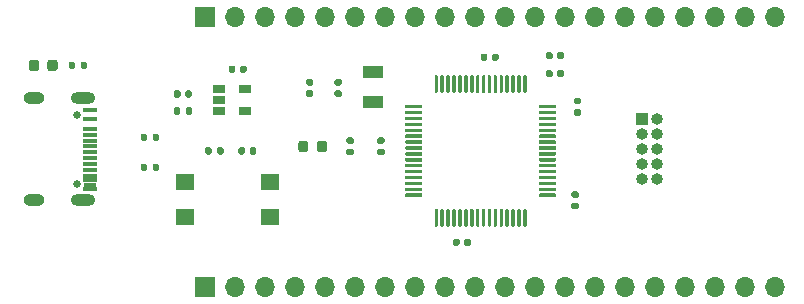
<source format=gts>
%TF.GenerationSoftware,KiCad,Pcbnew,5.1.9+dfsg1-1*%
%TF.CreationDate,2022-01-14T18:58:44-05:00*%
%TF.ProjectId,samd51j18a,73616d64-3531-46a3-9138-612e6b696361,rev?*%
%TF.SameCoordinates,Original*%
%TF.FileFunction,Soldermask,Top*%
%TF.FilePolarity,Negative*%
%FSLAX46Y46*%
G04 Gerber Fmt 4.6, Leading zero omitted, Abs format (unit mm)*
G04 Created by KiCad (PCBNEW 5.1.9+dfsg1-1) date 2022-01-14 18:58:44*
%MOMM*%
%LPD*%
G01*
G04 APERTURE LIST*
%ADD10O,1.700000X1.700000*%
%ADD11R,1.700000X1.700000*%
%ADD12R,1.150000X0.300000*%
%ADD13O,0.650000X0.650000*%
%ADD14O,1.800000X1.000000*%
%ADD15O,2.100000X1.000000*%
%ADD16R,1.086500X0.300000*%
%ADD17O,1.000000X1.000000*%
%ADD18R,1.000000X1.000000*%
%ADD19R,1.800000X1.000000*%
%ADD20R,1.060000X0.650000*%
%ADD21R,1.600000X1.400000*%
G04 APERTURE END LIST*
D10*
%TO.C,J4*%
X165100000Y-63500000D03*
X162560000Y-63500000D03*
X160020000Y-63500000D03*
X157480000Y-63500000D03*
X154940000Y-63500000D03*
X152400000Y-63500000D03*
X149860000Y-63500000D03*
X147320000Y-63500000D03*
X144780000Y-63500000D03*
X142240000Y-63500000D03*
X139700000Y-63500000D03*
X137160000Y-63500000D03*
X134620000Y-63500000D03*
X132080000Y-63500000D03*
X129540000Y-63500000D03*
X127000000Y-63500000D03*
X124460000Y-63500000D03*
X121920000Y-63500000D03*
X119380000Y-63500000D03*
D11*
X116840000Y-63500000D03*
%TD*%
D10*
%TO.C,J1*%
X165100000Y-86360000D03*
X162560000Y-86360000D03*
X160020000Y-86360000D03*
X157480000Y-86360000D03*
X154940000Y-86360000D03*
X152400000Y-86360000D03*
X149860000Y-86360000D03*
X147320000Y-86360000D03*
X144780000Y-86360000D03*
X142240000Y-86360000D03*
X139700000Y-86360000D03*
X137160000Y-86360000D03*
X134620000Y-86360000D03*
X132080000Y-86360000D03*
X129540000Y-86360000D03*
X127000000Y-86360000D03*
X124460000Y-86360000D03*
X121920000Y-86360000D03*
X119380000Y-86360000D03*
D11*
X116840000Y-86360000D03*
%TD*%
D12*
%TO.C,USB C*%
X107140000Y-78089500D03*
X107140000Y-77289500D03*
D13*
X106065000Y-77629500D03*
X106065000Y-71849500D03*
D14*
X102385000Y-79059500D03*
X102385000Y-70419500D03*
D15*
X106565000Y-70419500D03*
X106565000Y-79059500D03*
D12*
X107140000Y-76489500D03*
X107140000Y-75989500D03*
X107140000Y-75489500D03*
X107140000Y-74989500D03*
X107140000Y-74489500D03*
X107140000Y-73989500D03*
X107140000Y-73489500D03*
X107140000Y-72989500D03*
D16*
X107171750Y-77789500D03*
D12*
X107140000Y-76989500D03*
X107140000Y-72189500D03*
X107140000Y-71389500D03*
%TD*%
D17*
%TO.C,DEBUG*%
X155130500Y-77216000D03*
X153860500Y-77216000D03*
X155130500Y-75946000D03*
X153860500Y-75946000D03*
X155130500Y-74676000D03*
X153860500Y-74676000D03*
X155130500Y-73406000D03*
X153860500Y-73406000D03*
X155130500Y-72136000D03*
D18*
X153860500Y-72136000D03*
%TD*%
D19*
%TO.C,Y1*%
X131127500Y-70719000D03*
X131127500Y-68219000D03*
%TD*%
D20*
%TO.C,U2*%
X120289500Y-69598500D03*
X120289500Y-71498500D03*
X118089500Y-71498500D03*
X118089500Y-70548500D03*
X118089500Y-69598500D03*
%TD*%
%TO.C,U1*%
G36*
G01*
X136308000Y-69866500D02*
X136308000Y-68541500D01*
G75*
G02*
X136383000Y-68466500I75000J0D01*
G01*
X136533000Y-68466500D01*
G75*
G02*
X136608000Y-68541500I0J-75000D01*
G01*
X136608000Y-69866500D01*
G75*
G02*
X136533000Y-69941500I-75000J0D01*
G01*
X136383000Y-69941500D01*
G75*
G02*
X136308000Y-69866500I0J75000D01*
G01*
G37*
G36*
G01*
X136808000Y-69866500D02*
X136808000Y-68541500D01*
G75*
G02*
X136883000Y-68466500I75000J0D01*
G01*
X137033000Y-68466500D01*
G75*
G02*
X137108000Y-68541500I0J-75000D01*
G01*
X137108000Y-69866500D01*
G75*
G02*
X137033000Y-69941500I-75000J0D01*
G01*
X136883000Y-69941500D01*
G75*
G02*
X136808000Y-69866500I0J75000D01*
G01*
G37*
G36*
G01*
X137308000Y-69866500D02*
X137308000Y-68541500D01*
G75*
G02*
X137383000Y-68466500I75000J0D01*
G01*
X137533000Y-68466500D01*
G75*
G02*
X137608000Y-68541500I0J-75000D01*
G01*
X137608000Y-69866500D01*
G75*
G02*
X137533000Y-69941500I-75000J0D01*
G01*
X137383000Y-69941500D01*
G75*
G02*
X137308000Y-69866500I0J75000D01*
G01*
G37*
G36*
G01*
X137808000Y-69866500D02*
X137808000Y-68541500D01*
G75*
G02*
X137883000Y-68466500I75000J0D01*
G01*
X138033000Y-68466500D01*
G75*
G02*
X138108000Y-68541500I0J-75000D01*
G01*
X138108000Y-69866500D01*
G75*
G02*
X138033000Y-69941500I-75000J0D01*
G01*
X137883000Y-69941500D01*
G75*
G02*
X137808000Y-69866500I0J75000D01*
G01*
G37*
G36*
G01*
X138308000Y-69866500D02*
X138308000Y-68541500D01*
G75*
G02*
X138383000Y-68466500I75000J0D01*
G01*
X138533000Y-68466500D01*
G75*
G02*
X138608000Y-68541500I0J-75000D01*
G01*
X138608000Y-69866500D01*
G75*
G02*
X138533000Y-69941500I-75000J0D01*
G01*
X138383000Y-69941500D01*
G75*
G02*
X138308000Y-69866500I0J75000D01*
G01*
G37*
G36*
G01*
X138808000Y-69866500D02*
X138808000Y-68541500D01*
G75*
G02*
X138883000Y-68466500I75000J0D01*
G01*
X139033000Y-68466500D01*
G75*
G02*
X139108000Y-68541500I0J-75000D01*
G01*
X139108000Y-69866500D01*
G75*
G02*
X139033000Y-69941500I-75000J0D01*
G01*
X138883000Y-69941500D01*
G75*
G02*
X138808000Y-69866500I0J75000D01*
G01*
G37*
G36*
G01*
X139308000Y-69866500D02*
X139308000Y-68541500D01*
G75*
G02*
X139383000Y-68466500I75000J0D01*
G01*
X139533000Y-68466500D01*
G75*
G02*
X139608000Y-68541500I0J-75000D01*
G01*
X139608000Y-69866500D01*
G75*
G02*
X139533000Y-69941500I-75000J0D01*
G01*
X139383000Y-69941500D01*
G75*
G02*
X139308000Y-69866500I0J75000D01*
G01*
G37*
G36*
G01*
X139808000Y-69866500D02*
X139808000Y-68541500D01*
G75*
G02*
X139883000Y-68466500I75000J0D01*
G01*
X140033000Y-68466500D01*
G75*
G02*
X140108000Y-68541500I0J-75000D01*
G01*
X140108000Y-69866500D01*
G75*
G02*
X140033000Y-69941500I-75000J0D01*
G01*
X139883000Y-69941500D01*
G75*
G02*
X139808000Y-69866500I0J75000D01*
G01*
G37*
G36*
G01*
X140308000Y-69866500D02*
X140308000Y-68541500D01*
G75*
G02*
X140383000Y-68466500I75000J0D01*
G01*
X140533000Y-68466500D01*
G75*
G02*
X140608000Y-68541500I0J-75000D01*
G01*
X140608000Y-69866500D01*
G75*
G02*
X140533000Y-69941500I-75000J0D01*
G01*
X140383000Y-69941500D01*
G75*
G02*
X140308000Y-69866500I0J75000D01*
G01*
G37*
G36*
G01*
X140808000Y-69866500D02*
X140808000Y-68541500D01*
G75*
G02*
X140883000Y-68466500I75000J0D01*
G01*
X141033000Y-68466500D01*
G75*
G02*
X141108000Y-68541500I0J-75000D01*
G01*
X141108000Y-69866500D01*
G75*
G02*
X141033000Y-69941500I-75000J0D01*
G01*
X140883000Y-69941500D01*
G75*
G02*
X140808000Y-69866500I0J75000D01*
G01*
G37*
G36*
G01*
X141308000Y-69866500D02*
X141308000Y-68541500D01*
G75*
G02*
X141383000Y-68466500I75000J0D01*
G01*
X141533000Y-68466500D01*
G75*
G02*
X141608000Y-68541500I0J-75000D01*
G01*
X141608000Y-69866500D01*
G75*
G02*
X141533000Y-69941500I-75000J0D01*
G01*
X141383000Y-69941500D01*
G75*
G02*
X141308000Y-69866500I0J75000D01*
G01*
G37*
G36*
G01*
X141808000Y-69866500D02*
X141808000Y-68541500D01*
G75*
G02*
X141883000Y-68466500I75000J0D01*
G01*
X142033000Y-68466500D01*
G75*
G02*
X142108000Y-68541500I0J-75000D01*
G01*
X142108000Y-69866500D01*
G75*
G02*
X142033000Y-69941500I-75000J0D01*
G01*
X141883000Y-69941500D01*
G75*
G02*
X141808000Y-69866500I0J75000D01*
G01*
G37*
G36*
G01*
X142308000Y-69866500D02*
X142308000Y-68541500D01*
G75*
G02*
X142383000Y-68466500I75000J0D01*
G01*
X142533000Y-68466500D01*
G75*
G02*
X142608000Y-68541500I0J-75000D01*
G01*
X142608000Y-69866500D01*
G75*
G02*
X142533000Y-69941500I-75000J0D01*
G01*
X142383000Y-69941500D01*
G75*
G02*
X142308000Y-69866500I0J75000D01*
G01*
G37*
G36*
G01*
X142808000Y-69866500D02*
X142808000Y-68541500D01*
G75*
G02*
X142883000Y-68466500I75000J0D01*
G01*
X143033000Y-68466500D01*
G75*
G02*
X143108000Y-68541500I0J-75000D01*
G01*
X143108000Y-69866500D01*
G75*
G02*
X143033000Y-69941500I-75000J0D01*
G01*
X142883000Y-69941500D01*
G75*
G02*
X142808000Y-69866500I0J75000D01*
G01*
G37*
G36*
G01*
X143308000Y-69866500D02*
X143308000Y-68541500D01*
G75*
G02*
X143383000Y-68466500I75000J0D01*
G01*
X143533000Y-68466500D01*
G75*
G02*
X143608000Y-68541500I0J-75000D01*
G01*
X143608000Y-69866500D01*
G75*
G02*
X143533000Y-69941500I-75000J0D01*
G01*
X143383000Y-69941500D01*
G75*
G02*
X143308000Y-69866500I0J75000D01*
G01*
G37*
G36*
G01*
X143808000Y-69866500D02*
X143808000Y-68541500D01*
G75*
G02*
X143883000Y-68466500I75000J0D01*
G01*
X144033000Y-68466500D01*
G75*
G02*
X144108000Y-68541500I0J-75000D01*
G01*
X144108000Y-69866500D01*
G75*
G02*
X144033000Y-69941500I-75000J0D01*
G01*
X143883000Y-69941500D01*
G75*
G02*
X143808000Y-69866500I0J75000D01*
G01*
G37*
G36*
G01*
X145133000Y-71191500D02*
X145133000Y-71041500D01*
G75*
G02*
X145208000Y-70966500I75000J0D01*
G01*
X146533000Y-70966500D01*
G75*
G02*
X146608000Y-71041500I0J-75000D01*
G01*
X146608000Y-71191500D01*
G75*
G02*
X146533000Y-71266500I-75000J0D01*
G01*
X145208000Y-71266500D01*
G75*
G02*
X145133000Y-71191500I0J75000D01*
G01*
G37*
G36*
G01*
X145133000Y-71691500D02*
X145133000Y-71541500D01*
G75*
G02*
X145208000Y-71466500I75000J0D01*
G01*
X146533000Y-71466500D01*
G75*
G02*
X146608000Y-71541500I0J-75000D01*
G01*
X146608000Y-71691500D01*
G75*
G02*
X146533000Y-71766500I-75000J0D01*
G01*
X145208000Y-71766500D01*
G75*
G02*
X145133000Y-71691500I0J75000D01*
G01*
G37*
G36*
G01*
X145133000Y-72191500D02*
X145133000Y-72041500D01*
G75*
G02*
X145208000Y-71966500I75000J0D01*
G01*
X146533000Y-71966500D01*
G75*
G02*
X146608000Y-72041500I0J-75000D01*
G01*
X146608000Y-72191500D01*
G75*
G02*
X146533000Y-72266500I-75000J0D01*
G01*
X145208000Y-72266500D01*
G75*
G02*
X145133000Y-72191500I0J75000D01*
G01*
G37*
G36*
G01*
X145133000Y-72691500D02*
X145133000Y-72541500D01*
G75*
G02*
X145208000Y-72466500I75000J0D01*
G01*
X146533000Y-72466500D01*
G75*
G02*
X146608000Y-72541500I0J-75000D01*
G01*
X146608000Y-72691500D01*
G75*
G02*
X146533000Y-72766500I-75000J0D01*
G01*
X145208000Y-72766500D01*
G75*
G02*
X145133000Y-72691500I0J75000D01*
G01*
G37*
G36*
G01*
X145133000Y-73191500D02*
X145133000Y-73041500D01*
G75*
G02*
X145208000Y-72966500I75000J0D01*
G01*
X146533000Y-72966500D01*
G75*
G02*
X146608000Y-73041500I0J-75000D01*
G01*
X146608000Y-73191500D01*
G75*
G02*
X146533000Y-73266500I-75000J0D01*
G01*
X145208000Y-73266500D01*
G75*
G02*
X145133000Y-73191500I0J75000D01*
G01*
G37*
G36*
G01*
X145133000Y-73691500D02*
X145133000Y-73541500D01*
G75*
G02*
X145208000Y-73466500I75000J0D01*
G01*
X146533000Y-73466500D01*
G75*
G02*
X146608000Y-73541500I0J-75000D01*
G01*
X146608000Y-73691500D01*
G75*
G02*
X146533000Y-73766500I-75000J0D01*
G01*
X145208000Y-73766500D01*
G75*
G02*
X145133000Y-73691500I0J75000D01*
G01*
G37*
G36*
G01*
X145133000Y-74191500D02*
X145133000Y-74041500D01*
G75*
G02*
X145208000Y-73966500I75000J0D01*
G01*
X146533000Y-73966500D01*
G75*
G02*
X146608000Y-74041500I0J-75000D01*
G01*
X146608000Y-74191500D01*
G75*
G02*
X146533000Y-74266500I-75000J0D01*
G01*
X145208000Y-74266500D01*
G75*
G02*
X145133000Y-74191500I0J75000D01*
G01*
G37*
G36*
G01*
X145133000Y-74691500D02*
X145133000Y-74541500D01*
G75*
G02*
X145208000Y-74466500I75000J0D01*
G01*
X146533000Y-74466500D01*
G75*
G02*
X146608000Y-74541500I0J-75000D01*
G01*
X146608000Y-74691500D01*
G75*
G02*
X146533000Y-74766500I-75000J0D01*
G01*
X145208000Y-74766500D01*
G75*
G02*
X145133000Y-74691500I0J75000D01*
G01*
G37*
G36*
G01*
X145133000Y-75191500D02*
X145133000Y-75041500D01*
G75*
G02*
X145208000Y-74966500I75000J0D01*
G01*
X146533000Y-74966500D01*
G75*
G02*
X146608000Y-75041500I0J-75000D01*
G01*
X146608000Y-75191500D01*
G75*
G02*
X146533000Y-75266500I-75000J0D01*
G01*
X145208000Y-75266500D01*
G75*
G02*
X145133000Y-75191500I0J75000D01*
G01*
G37*
G36*
G01*
X145133000Y-75691500D02*
X145133000Y-75541500D01*
G75*
G02*
X145208000Y-75466500I75000J0D01*
G01*
X146533000Y-75466500D01*
G75*
G02*
X146608000Y-75541500I0J-75000D01*
G01*
X146608000Y-75691500D01*
G75*
G02*
X146533000Y-75766500I-75000J0D01*
G01*
X145208000Y-75766500D01*
G75*
G02*
X145133000Y-75691500I0J75000D01*
G01*
G37*
G36*
G01*
X145133000Y-76191500D02*
X145133000Y-76041500D01*
G75*
G02*
X145208000Y-75966500I75000J0D01*
G01*
X146533000Y-75966500D01*
G75*
G02*
X146608000Y-76041500I0J-75000D01*
G01*
X146608000Y-76191500D01*
G75*
G02*
X146533000Y-76266500I-75000J0D01*
G01*
X145208000Y-76266500D01*
G75*
G02*
X145133000Y-76191500I0J75000D01*
G01*
G37*
G36*
G01*
X145133000Y-76691500D02*
X145133000Y-76541500D01*
G75*
G02*
X145208000Y-76466500I75000J0D01*
G01*
X146533000Y-76466500D01*
G75*
G02*
X146608000Y-76541500I0J-75000D01*
G01*
X146608000Y-76691500D01*
G75*
G02*
X146533000Y-76766500I-75000J0D01*
G01*
X145208000Y-76766500D01*
G75*
G02*
X145133000Y-76691500I0J75000D01*
G01*
G37*
G36*
G01*
X145133000Y-77191500D02*
X145133000Y-77041500D01*
G75*
G02*
X145208000Y-76966500I75000J0D01*
G01*
X146533000Y-76966500D01*
G75*
G02*
X146608000Y-77041500I0J-75000D01*
G01*
X146608000Y-77191500D01*
G75*
G02*
X146533000Y-77266500I-75000J0D01*
G01*
X145208000Y-77266500D01*
G75*
G02*
X145133000Y-77191500I0J75000D01*
G01*
G37*
G36*
G01*
X145133000Y-77691500D02*
X145133000Y-77541500D01*
G75*
G02*
X145208000Y-77466500I75000J0D01*
G01*
X146533000Y-77466500D01*
G75*
G02*
X146608000Y-77541500I0J-75000D01*
G01*
X146608000Y-77691500D01*
G75*
G02*
X146533000Y-77766500I-75000J0D01*
G01*
X145208000Y-77766500D01*
G75*
G02*
X145133000Y-77691500I0J75000D01*
G01*
G37*
G36*
G01*
X145133000Y-78191500D02*
X145133000Y-78041500D01*
G75*
G02*
X145208000Y-77966500I75000J0D01*
G01*
X146533000Y-77966500D01*
G75*
G02*
X146608000Y-78041500I0J-75000D01*
G01*
X146608000Y-78191500D01*
G75*
G02*
X146533000Y-78266500I-75000J0D01*
G01*
X145208000Y-78266500D01*
G75*
G02*
X145133000Y-78191500I0J75000D01*
G01*
G37*
G36*
G01*
X145133000Y-78691500D02*
X145133000Y-78541500D01*
G75*
G02*
X145208000Y-78466500I75000J0D01*
G01*
X146533000Y-78466500D01*
G75*
G02*
X146608000Y-78541500I0J-75000D01*
G01*
X146608000Y-78691500D01*
G75*
G02*
X146533000Y-78766500I-75000J0D01*
G01*
X145208000Y-78766500D01*
G75*
G02*
X145133000Y-78691500I0J75000D01*
G01*
G37*
G36*
G01*
X143808000Y-81191500D02*
X143808000Y-79866500D01*
G75*
G02*
X143883000Y-79791500I75000J0D01*
G01*
X144033000Y-79791500D01*
G75*
G02*
X144108000Y-79866500I0J-75000D01*
G01*
X144108000Y-81191500D01*
G75*
G02*
X144033000Y-81266500I-75000J0D01*
G01*
X143883000Y-81266500D01*
G75*
G02*
X143808000Y-81191500I0J75000D01*
G01*
G37*
G36*
G01*
X143308000Y-81191500D02*
X143308000Y-79866500D01*
G75*
G02*
X143383000Y-79791500I75000J0D01*
G01*
X143533000Y-79791500D01*
G75*
G02*
X143608000Y-79866500I0J-75000D01*
G01*
X143608000Y-81191500D01*
G75*
G02*
X143533000Y-81266500I-75000J0D01*
G01*
X143383000Y-81266500D01*
G75*
G02*
X143308000Y-81191500I0J75000D01*
G01*
G37*
G36*
G01*
X142808000Y-81191500D02*
X142808000Y-79866500D01*
G75*
G02*
X142883000Y-79791500I75000J0D01*
G01*
X143033000Y-79791500D01*
G75*
G02*
X143108000Y-79866500I0J-75000D01*
G01*
X143108000Y-81191500D01*
G75*
G02*
X143033000Y-81266500I-75000J0D01*
G01*
X142883000Y-81266500D01*
G75*
G02*
X142808000Y-81191500I0J75000D01*
G01*
G37*
G36*
G01*
X142308000Y-81191500D02*
X142308000Y-79866500D01*
G75*
G02*
X142383000Y-79791500I75000J0D01*
G01*
X142533000Y-79791500D01*
G75*
G02*
X142608000Y-79866500I0J-75000D01*
G01*
X142608000Y-81191500D01*
G75*
G02*
X142533000Y-81266500I-75000J0D01*
G01*
X142383000Y-81266500D01*
G75*
G02*
X142308000Y-81191500I0J75000D01*
G01*
G37*
G36*
G01*
X141808000Y-81191500D02*
X141808000Y-79866500D01*
G75*
G02*
X141883000Y-79791500I75000J0D01*
G01*
X142033000Y-79791500D01*
G75*
G02*
X142108000Y-79866500I0J-75000D01*
G01*
X142108000Y-81191500D01*
G75*
G02*
X142033000Y-81266500I-75000J0D01*
G01*
X141883000Y-81266500D01*
G75*
G02*
X141808000Y-81191500I0J75000D01*
G01*
G37*
G36*
G01*
X141308000Y-81191500D02*
X141308000Y-79866500D01*
G75*
G02*
X141383000Y-79791500I75000J0D01*
G01*
X141533000Y-79791500D01*
G75*
G02*
X141608000Y-79866500I0J-75000D01*
G01*
X141608000Y-81191500D01*
G75*
G02*
X141533000Y-81266500I-75000J0D01*
G01*
X141383000Y-81266500D01*
G75*
G02*
X141308000Y-81191500I0J75000D01*
G01*
G37*
G36*
G01*
X140808000Y-81191500D02*
X140808000Y-79866500D01*
G75*
G02*
X140883000Y-79791500I75000J0D01*
G01*
X141033000Y-79791500D01*
G75*
G02*
X141108000Y-79866500I0J-75000D01*
G01*
X141108000Y-81191500D01*
G75*
G02*
X141033000Y-81266500I-75000J0D01*
G01*
X140883000Y-81266500D01*
G75*
G02*
X140808000Y-81191500I0J75000D01*
G01*
G37*
G36*
G01*
X140308000Y-81191500D02*
X140308000Y-79866500D01*
G75*
G02*
X140383000Y-79791500I75000J0D01*
G01*
X140533000Y-79791500D01*
G75*
G02*
X140608000Y-79866500I0J-75000D01*
G01*
X140608000Y-81191500D01*
G75*
G02*
X140533000Y-81266500I-75000J0D01*
G01*
X140383000Y-81266500D01*
G75*
G02*
X140308000Y-81191500I0J75000D01*
G01*
G37*
G36*
G01*
X139808000Y-81191500D02*
X139808000Y-79866500D01*
G75*
G02*
X139883000Y-79791500I75000J0D01*
G01*
X140033000Y-79791500D01*
G75*
G02*
X140108000Y-79866500I0J-75000D01*
G01*
X140108000Y-81191500D01*
G75*
G02*
X140033000Y-81266500I-75000J0D01*
G01*
X139883000Y-81266500D01*
G75*
G02*
X139808000Y-81191500I0J75000D01*
G01*
G37*
G36*
G01*
X139308000Y-81191500D02*
X139308000Y-79866500D01*
G75*
G02*
X139383000Y-79791500I75000J0D01*
G01*
X139533000Y-79791500D01*
G75*
G02*
X139608000Y-79866500I0J-75000D01*
G01*
X139608000Y-81191500D01*
G75*
G02*
X139533000Y-81266500I-75000J0D01*
G01*
X139383000Y-81266500D01*
G75*
G02*
X139308000Y-81191500I0J75000D01*
G01*
G37*
G36*
G01*
X138808000Y-81191500D02*
X138808000Y-79866500D01*
G75*
G02*
X138883000Y-79791500I75000J0D01*
G01*
X139033000Y-79791500D01*
G75*
G02*
X139108000Y-79866500I0J-75000D01*
G01*
X139108000Y-81191500D01*
G75*
G02*
X139033000Y-81266500I-75000J0D01*
G01*
X138883000Y-81266500D01*
G75*
G02*
X138808000Y-81191500I0J75000D01*
G01*
G37*
G36*
G01*
X138308000Y-81191500D02*
X138308000Y-79866500D01*
G75*
G02*
X138383000Y-79791500I75000J0D01*
G01*
X138533000Y-79791500D01*
G75*
G02*
X138608000Y-79866500I0J-75000D01*
G01*
X138608000Y-81191500D01*
G75*
G02*
X138533000Y-81266500I-75000J0D01*
G01*
X138383000Y-81266500D01*
G75*
G02*
X138308000Y-81191500I0J75000D01*
G01*
G37*
G36*
G01*
X137808000Y-81191500D02*
X137808000Y-79866500D01*
G75*
G02*
X137883000Y-79791500I75000J0D01*
G01*
X138033000Y-79791500D01*
G75*
G02*
X138108000Y-79866500I0J-75000D01*
G01*
X138108000Y-81191500D01*
G75*
G02*
X138033000Y-81266500I-75000J0D01*
G01*
X137883000Y-81266500D01*
G75*
G02*
X137808000Y-81191500I0J75000D01*
G01*
G37*
G36*
G01*
X137308000Y-81191500D02*
X137308000Y-79866500D01*
G75*
G02*
X137383000Y-79791500I75000J0D01*
G01*
X137533000Y-79791500D01*
G75*
G02*
X137608000Y-79866500I0J-75000D01*
G01*
X137608000Y-81191500D01*
G75*
G02*
X137533000Y-81266500I-75000J0D01*
G01*
X137383000Y-81266500D01*
G75*
G02*
X137308000Y-81191500I0J75000D01*
G01*
G37*
G36*
G01*
X136808000Y-81191500D02*
X136808000Y-79866500D01*
G75*
G02*
X136883000Y-79791500I75000J0D01*
G01*
X137033000Y-79791500D01*
G75*
G02*
X137108000Y-79866500I0J-75000D01*
G01*
X137108000Y-81191500D01*
G75*
G02*
X137033000Y-81266500I-75000J0D01*
G01*
X136883000Y-81266500D01*
G75*
G02*
X136808000Y-81191500I0J75000D01*
G01*
G37*
G36*
G01*
X136308000Y-81191500D02*
X136308000Y-79866500D01*
G75*
G02*
X136383000Y-79791500I75000J0D01*
G01*
X136533000Y-79791500D01*
G75*
G02*
X136608000Y-79866500I0J-75000D01*
G01*
X136608000Y-81191500D01*
G75*
G02*
X136533000Y-81266500I-75000J0D01*
G01*
X136383000Y-81266500D01*
G75*
G02*
X136308000Y-81191500I0J75000D01*
G01*
G37*
G36*
G01*
X133808000Y-78691500D02*
X133808000Y-78541500D01*
G75*
G02*
X133883000Y-78466500I75000J0D01*
G01*
X135208000Y-78466500D01*
G75*
G02*
X135283000Y-78541500I0J-75000D01*
G01*
X135283000Y-78691500D01*
G75*
G02*
X135208000Y-78766500I-75000J0D01*
G01*
X133883000Y-78766500D01*
G75*
G02*
X133808000Y-78691500I0J75000D01*
G01*
G37*
G36*
G01*
X133808000Y-78191500D02*
X133808000Y-78041500D01*
G75*
G02*
X133883000Y-77966500I75000J0D01*
G01*
X135208000Y-77966500D01*
G75*
G02*
X135283000Y-78041500I0J-75000D01*
G01*
X135283000Y-78191500D01*
G75*
G02*
X135208000Y-78266500I-75000J0D01*
G01*
X133883000Y-78266500D01*
G75*
G02*
X133808000Y-78191500I0J75000D01*
G01*
G37*
G36*
G01*
X133808000Y-77691500D02*
X133808000Y-77541500D01*
G75*
G02*
X133883000Y-77466500I75000J0D01*
G01*
X135208000Y-77466500D01*
G75*
G02*
X135283000Y-77541500I0J-75000D01*
G01*
X135283000Y-77691500D01*
G75*
G02*
X135208000Y-77766500I-75000J0D01*
G01*
X133883000Y-77766500D01*
G75*
G02*
X133808000Y-77691500I0J75000D01*
G01*
G37*
G36*
G01*
X133808000Y-77191500D02*
X133808000Y-77041500D01*
G75*
G02*
X133883000Y-76966500I75000J0D01*
G01*
X135208000Y-76966500D01*
G75*
G02*
X135283000Y-77041500I0J-75000D01*
G01*
X135283000Y-77191500D01*
G75*
G02*
X135208000Y-77266500I-75000J0D01*
G01*
X133883000Y-77266500D01*
G75*
G02*
X133808000Y-77191500I0J75000D01*
G01*
G37*
G36*
G01*
X133808000Y-76691500D02*
X133808000Y-76541500D01*
G75*
G02*
X133883000Y-76466500I75000J0D01*
G01*
X135208000Y-76466500D01*
G75*
G02*
X135283000Y-76541500I0J-75000D01*
G01*
X135283000Y-76691500D01*
G75*
G02*
X135208000Y-76766500I-75000J0D01*
G01*
X133883000Y-76766500D01*
G75*
G02*
X133808000Y-76691500I0J75000D01*
G01*
G37*
G36*
G01*
X133808000Y-76191500D02*
X133808000Y-76041500D01*
G75*
G02*
X133883000Y-75966500I75000J0D01*
G01*
X135208000Y-75966500D01*
G75*
G02*
X135283000Y-76041500I0J-75000D01*
G01*
X135283000Y-76191500D01*
G75*
G02*
X135208000Y-76266500I-75000J0D01*
G01*
X133883000Y-76266500D01*
G75*
G02*
X133808000Y-76191500I0J75000D01*
G01*
G37*
G36*
G01*
X133808000Y-75691500D02*
X133808000Y-75541500D01*
G75*
G02*
X133883000Y-75466500I75000J0D01*
G01*
X135208000Y-75466500D01*
G75*
G02*
X135283000Y-75541500I0J-75000D01*
G01*
X135283000Y-75691500D01*
G75*
G02*
X135208000Y-75766500I-75000J0D01*
G01*
X133883000Y-75766500D01*
G75*
G02*
X133808000Y-75691500I0J75000D01*
G01*
G37*
G36*
G01*
X133808000Y-75191500D02*
X133808000Y-75041500D01*
G75*
G02*
X133883000Y-74966500I75000J0D01*
G01*
X135208000Y-74966500D01*
G75*
G02*
X135283000Y-75041500I0J-75000D01*
G01*
X135283000Y-75191500D01*
G75*
G02*
X135208000Y-75266500I-75000J0D01*
G01*
X133883000Y-75266500D01*
G75*
G02*
X133808000Y-75191500I0J75000D01*
G01*
G37*
G36*
G01*
X133808000Y-74691500D02*
X133808000Y-74541500D01*
G75*
G02*
X133883000Y-74466500I75000J0D01*
G01*
X135208000Y-74466500D01*
G75*
G02*
X135283000Y-74541500I0J-75000D01*
G01*
X135283000Y-74691500D01*
G75*
G02*
X135208000Y-74766500I-75000J0D01*
G01*
X133883000Y-74766500D01*
G75*
G02*
X133808000Y-74691500I0J75000D01*
G01*
G37*
G36*
G01*
X133808000Y-74191500D02*
X133808000Y-74041500D01*
G75*
G02*
X133883000Y-73966500I75000J0D01*
G01*
X135208000Y-73966500D01*
G75*
G02*
X135283000Y-74041500I0J-75000D01*
G01*
X135283000Y-74191500D01*
G75*
G02*
X135208000Y-74266500I-75000J0D01*
G01*
X133883000Y-74266500D01*
G75*
G02*
X133808000Y-74191500I0J75000D01*
G01*
G37*
G36*
G01*
X133808000Y-73691500D02*
X133808000Y-73541500D01*
G75*
G02*
X133883000Y-73466500I75000J0D01*
G01*
X135208000Y-73466500D01*
G75*
G02*
X135283000Y-73541500I0J-75000D01*
G01*
X135283000Y-73691500D01*
G75*
G02*
X135208000Y-73766500I-75000J0D01*
G01*
X133883000Y-73766500D01*
G75*
G02*
X133808000Y-73691500I0J75000D01*
G01*
G37*
G36*
G01*
X133808000Y-73191500D02*
X133808000Y-73041500D01*
G75*
G02*
X133883000Y-72966500I75000J0D01*
G01*
X135208000Y-72966500D01*
G75*
G02*
X135283000Y-73041500I0J-75000D01*
G01*
X135283000Y-73191500D01*
G75*
G02*
X135208000Y-73266500I-75000J0D01*
G01*
X133883000Y-73266500D01*
G75*
G02*
X133808000Y-73191500I0J75000D01*
G01*
G37*
G36*
G01*
X133808000Y-72691500D02*
X133808000Y-72541500D01*
G75*
G02*
X133883000Y-72466500I75000J0D01*
G01*
X135208000Y-72466500D01*
G75*
G02*
X135283000Y-72541500I0J-75000D01*
G01*
X135283000Y-72691500D01*
G75*
G02*
X135208000Y-72766500I-75000J0D01*
G01*
X133883000Y-72766500D01*
G75*
G02*
X133808000Y-72691500I0J75000D01*
G01*
G37*
G36*
G01*
X133808000Y-72191500D02*
X133808000Y-72041500D01*
G75*
G02*
X133883000Y-71966500I75000J0D01*
G01*
X135208000Y-71966500D01*
G75*
G02*
X135283000Y-72041500I0J-75000D01*
G01*
X135283000Y-72191500D01*
G75*
G02*
X135208000Y-72266500I-75000J0D01*
G01*
X133883000Y-72266500D01*
G75*
G02*
X133808000Y-72191500I0J75000D01*
G01*
G37*
G36*
G01*
X133808000Y-71691500D02*
X133808000Y-71541500D01*
G75*
G02*
X133883000Y-71466500I75000J0D01*
G01*
X135208000Y-71466500D01*
G75*
G02*
X135283000Y-71541500I0J-75000D01*
G01*
X135283000Y-71691500D01*
G75*
G02*
X135208000Y-71766500I-75000J0D01*
G01*
X133883000Y-71766500D01*
G75*
G02*
X133808000Y-71691500I0J75000D01*
G01*
G37*
G36*
G01*
X133808000Y-71191500D02*
X133808000Y-71041500D01*
G75*
G02*
X133883000Y-70966500I75000J0D01*
G01*
X135208000Y-70966500D01*
G75*
G02*
X135283000Y-71041500I0J-75000D01*
G01*
X135283000Y-71191500D01*
G75*
G02*
X135208000Y-71266500I-75000J0D01*
G01*
X133883000Y-71266500D01*
G75*
G02*
X133808000Y-71191500I0J75000D01*
G01*
G37*
%TD*%
D21*
%TO.C,RESET*%
X122368500Y-80480000D03*
X115168500Y-80480000D03*
X122368500Y-77480000D03*
X115168500Y-77480000D03*
%TD*%
%TO.C,R5*%
G36*
G01*
X117905500Y-75051500D02*
X117905500Y-74681500D01*
G75*
G02*
X118040500Y-74546500I135000J0D01*
G01*
X118310500Y-74546500D01*
G75*
G02*
X118445500Y-74681500I0J-135000D01*
G01*
X118445500Y-75051500D01*
G75*
G02*
X118310500Y-75186500I-135000J0D01*
G01*
X118040500Y-75186500D01*
G75*
G02*
X117905500Y-75051500I0J135000D01*
G01*
G37*
G36*
G01*
X116885500Y-75051500D02*
X116885500Y-74681500D01*
G75*
G02*
X117020500Y-74546500I135000J0D01*
G01*
X117290500Y-74546500D01*
G75*
G02*
X117425500Y-74681500I0J-135000D01*
G01*
X117425500Y-75051500D01*
G75*
G02*
X117290500Y-75186500I-135000J0D01*
G01*
X117020500Y-75186500D01*
G75*
G02*
X116885500Y-75051500I0J135000D01*
G01*
G37*
%TD*%
%TO.C,R4*%
G36*
G01*
X105868500Y-67442500D02*
X105868500Y-67812500D01*
G75*
G02*
X105733500Y-67947500I-135000J0D01*
G01*
X105463500Y-67947500D01*
G75*
G02*
X105328500Y-67812500I0J135000D01*
G01*
X105328500Y-67442500D01*
G75*
G02*
X105463500Y-67307500I135000J0D01*
G01*
X105733500Y-67307500D01*
G75*
G02*
X105868500Y-67442500I0J-135000D01*
G01*
G37*
G36*
G01*
X106888500Y-67442500D02*
X106888500Y-67812500D01*
G75*
G02*
X106753500Y-67947500I-135000J0D01*
G01*
X106483500Y-67947500D01*
G75*
G02*
X106348500Y-67812500I0J135000D01*
G01*
X106348500Y-67442500D01*
G75*
G02*
X106483500Y-67307500I135000J0D01*
G01*
X106753500Y-67307500D01*
G75*
G02*
X106888500Y-67442500I0J-135000D01*
G01*
G37*
%TD*%
%TO.C,R3*%
G36*
G01*
X114758500Y-71316000D02*
X114758500Y-71686000D01*
G75*
G02*
X114623500Y-71821000I-135000J0D01*
G01*
X114353500Y-71821000D01*
G75*
G02*
X114218500Y-71686000I0J135000D01*
G01*
X114218500Y-71316000D01*
G75*
G02*
X114353500Y-71181000I135000J0D01*
G01*
X114623500Y-71181000D01*
G75*
G02*
X114758500Y-71316000I0J-135000D01*
G01*
G37*
G36*
G01*
X115778500Y-71316000D02*
X115778500Y-71686000D01*
G75*
G02*
X115643500Y-71821000I-135000J0D01*
G01*
X115373500Y-71821000D01*
G75*
G02*
X115238500Y-71686000I0J135000D01*
G01*
X115238500Y-71316000D01*
G75*
G02*
X115373500Y-71181000I135000J0D01*
G01*
X115643500Y-71181000D01*
G75*
G02*
X115778500Y-71316000I0J-135000D01*
G01*
G37*
%TD*%
%TO.C,R2*%
G36*
G01*
X111964500Y-73538500D02*
X111964500Y-73908500D01*
G75*
G02*
X111829500Y-74043500I-135000J0D01*
G01*
X111559500Y-74043500D01*
G75*
G02*
X111424500Y-73908500I0J135000D01*
G01*
X111424500Y-73538500D01*
G75*
G02*
X111559500Y-73403500I135000J0D01*
G01*
X111829500Y-73403500D01*
G75*
G02*
X111964500Y-73538500I0J-135000D01*
G01*
G37*
G36*
G01*
X112984500Y-73538500D02*
X112984500Y-73908500D01*
G75*
G02*
X112849500Y-74043500I-135000J0D01*
G01*
X112579500Y-74043500D01*
G75*
G02*
X112444500Y-73908500I0J135000D01*
G01*
X112444500Y-73538500D01*
G75*
G02*
X112579500Y-73403500I135000J0D01*
G01*
X112849500Y-73403500D01*
G75*
G02*
X112984500Y-73538500I0J-135000D01*
G01*
G37*
%TD*%
%TO.C,R1*%
G36*
G01*
X111964500Y-76078500D02*
X111964500Y-76448500D01*
G75*
G02*
X111829500Y-76583500I-135000J0D01*
G01*
X111559500Y-76583500D01*
G75*
G02*
X111424500Y-76448500I0J135000D01*
G01*
X111424500Y-76078500D01*
G75*
G02*
X111559500Y-75943500I135000J0D01*
G01*
X111829500Y-75943500D01*
G75*
G02*
X111964500Y-76078500I0J-135000D01*
G01*
G37*
G36*
G01*
X112984500Y-76078500D02*
X112984500Y-76448500D01*
G75*
G02*
X112849500Y-76583500I-135000J0D01*
G01*
X112579500Y-76583500D01*
G75*
G02*
X112444500Y-76448500I0J135000D01*
G01*
X112444500Y-76078500D01*
G75*
G02*
X112579500Y-75943500I135000J0D01*
G01*
X112849500Y-75943500D01*
G75*
G02*
X112984500Y-76078500I0J-135000D01*
G01*
G37*
%TD*%
%TO.C,L1*%
G36*
G01*
X126334000Y-74741750D02*
X126334000Y-74229250D01*
G75*
G02*
X126552750Y-74010500I218750J0D01*
G01*
X126990250Y-74010500D01*
G75*
G02*
X127209000Y-74229250I0J-218750D01*
G01*
X127209000Y-74741750D01*
G75*
G02*
X126990250Y-74960500I-218750J0D01*
G01*
X126552750Y-74960500D01*
G75*
G02*
X126334000Y-74741750I0J218750D01*
G01*
G37*
G36*
G01*
X124759000Y-74741750D02*
X124759000Y-74229250D01*
G75*
G02*
X124977750Y-74010500I218750J0D01*
G01*
X125415250Y-74010500D01*
G75*
G02*
X125634000Y-74229250I0J-218750D01*
G01*
X125634000Y-74741750D01*
G75*
G02*
X125415250Y-74960500I-218750J0D01*
G01*
X124977750Y-74960500D01*
G75*
G02*
X124759000Y-74741750I0J218750D01*
G01*
G37*
%TD*%
%TO.C,D1*%
G36*
G01*
X103512000Y-67883750D02*
X103512000Y-67371250D01*
G75*
G02*
X103730750Y-67152500I218750J0D01*
G01*
X104168250Y-67152500D01*
G75*
G02*
X104387000Y-67371250I0J-218750D01*
G01*
X104387000Y-67883750D01*
G75*
G02*
X104168250Y-68102500I-218750J0D01*
G01*
X103730750Y-68102500D01*
G75*
G02*
X103512000Y-67883750I0J218750D01*
G01*
G37*
G36*
G01*
X101937000Y-67883750D02*
X101937000Y-67371250D01*
G75*
G02*
X102155750Y-67152500I218750J0D01*
G01*
X102593250Y-67152500D01*
G75*
G02*
X102812000Y-67371250I0J-218750D01*
G01*
X102812000Y-67883750D01*
G75*
G02*
X102593250Y-68102500I-218750J0D01*
G01*
X102155750Y-68102500D01*
G75*
G02*
X101937000Y-67883750I0J218750D01*
G01*
G37*
%TD*%
%TO.C,C13*%
G36*
G01*
X146694500Y-66972000D02*
X146694500Y-66632000D01*
G75*
G02*
X146834500Y-66492000I140000J0D01*
G01*
X147114500Y-66492000D01*
G75*
G02*
X147254500Y-66632000I0J-140000D01*
G01*
X147254500Y-66972000D01*
G75*
G02*
X147114500Y-67112000I-140000J0D01*
G01*
X146834500Y-67112000D01*
G75*
G02*
X146694500Y-66972000I0J140000D01*
G01*
G37*
G36*
G01*
X145734500Y-66972000D02*
X145734500Y-66632000D01*
G75*
G02*
X145874500Y-66492000I140000J0D01*
G01*
X146154500Y-66492000D01*
G75*
G02*
X146294500Y-66632000I0J-140000D01*
G01*
X146294500Y-66972000D01*
G75*
G02*
X146154500Y-67112000I-140000J0D01*
G01*
X145874500Y-67112000D01*
G75*
G02*
X145734500Y-66972000I0J140000D01*
G01*
G37*
%TD*%
%TO.C,C12*%
G36*
G01*
X146694500Y-68496000D02*
X146694500Y-68156000D01*
G75*
G02*
X146834500Y-68016000I140000J0D01*
G01*
X147114500Y-68016000D01*
G75*
G02*
X147254500Y-68156000I0J-140000D01*
G01*
X147254500Y-68496000D01*
G75*
G02*
X147114500Y-68636000I-140000J0D01*
G01*
X146834500Y-68636000D01*
G75*
G02*
X146694500Y-68496000I0J140000D01*
G01*
G37*
G36*
G01*
X145734500Y-68496000D02*
X145734500Y-68156000D01*
G75*
G02*
X145874500Y-68016000I140000J0D01*
G01*
X146154500Y-68016000D01*
G75*
G02*
X146294500Y-68156000I0J-140000D01*
G01*
X146294500Y-68496000D01*
G75*
G02*
X146154500Y-68636000I-140000J0D01*
G01*
X145874500Y-68636000D01*
G75*
G02*
X145734500Y-68496000I0J140000D01*
G01*
G37*
%TD*%
%TO.C,C11*%
G36*
G01*
X131932500Y-74285500D02*
X131592500Y-74285500D01*
G75*
G02*
X131452500Y-74145500I0J140000D01*
G01*
X131452500Y-73865500D01*
G75*
G02*
X131592500Y-73725500I140000J0D01*
G01*
X131932500Y-73725500D01*
G75*
G02*
X132072500Y-73865500I0J-140000D01*
G01*
X132072500Y-74145500D01*
G75*
G02*
X131932500Y-74285500I-140000J0D01*
G01*
G37*
G36*
G01*
X131932500Y-75245500D02*
X131592500Y-75245500D01*
G75*
G02*
X131452500Y-75105500I0J140000D01*
G01*
X131452500Y-74825500D01*
G75*
G02*
X131592500Y-74685500I140000J0D01*
G01*
X131932500Y-74685500D01*
G75*
G02*
X132072500Y-74825500I0J-140000D01*
G01*
X132072500Y-75105500D01*
G75*
G02*
X131932500Y-75245500I-140000J0D01*
G01*
G37*
%TD*%
%TO.C,C10*%
G36*
G01*
X129329000Y-74285500D02*
X128989000Y-74285500D01*
G75*
G02*
X128849000Y-74145500I0J140000D01*
G01*
X128849000Y-73865500D01*
G75*
G02*
X128989000Y-73725500I140000J0D01*
G01*
X129329000Y-73725500D01*
G75*
G02*
X129469000Y-73865500I0J-140000D01*
G01*
X129469000Y-74145500D01*
G75*
G02*
X129329000Y-74285500I-140000J0D01*
G01*
G37*
G36*
G01*
X129329000Y-75245500D02*
X128989000Y-75245500D01*
G75*
G02*
X128849000Y-75105500I0J140000D01*
G01*
X128849000Y-74825500D01*
G75*
G02*
X128989000Y-74685500I140000J0D01*
G01*
X129329000Y-74685500D01*
G75*
G02*
X129469000Y-74825500I0J-140000D01*
G01*
X129469000Y-75105500D01*
G75*
G02*
X129329000Y-75245500I-140000J0D01*
G01*
G37*
%TD*%
%TO.C,C9*%
G36*
G01*
X138820500Y-82783500D02*
X138820500Y-82443500D01*
G75*
G02*
X138960500Y-82303500I140000J0D01*
G01*
X139240500Y-82303500D01*
G75*
G02*
X139380500Y-82443500I0J-140000D01*
G01*
X139380500Y-82783500D01*
G75*
G02*
X139240500Y-82923500I-140000J0D01*
G01*
X138960500Y-82923500D01*
G75*
G02*
X138820500Y-82783500I0J140000D01*
G01*
G37*
G36*
G01*
X137860500Y-82783500D02*
X137860500Y-82443500D01*
G75*
G02*
X138000500Y-82303500I140000J0D01*
G01*
X138280500Y-82303500D01*
G75*
G02*
X138420500Y-82443500I0J-140000D01*
G01*
X138420500Y-82783500D01*
G75*
G02*
X138280500Y-82923500I-140000J0D01*
G01*
X138000500Y-82923500D01*
G75*
G02*
X137860500Y-82783500I0J140000D01*
G01*
G37*
%TD*%
%TO.C,C8*%
G36*
G01*
X148039000Y-79257500D02*
X148379000Y-79257500D01*
G75*
G02*
X148519000Y-79397500I0J-140000D01*
G01*
X148519000Y-79677500D01*
G75*
G02*
X148379000Y-79817500I-140000J0D01*
G01*
X148039000Y-79817500D01*
G75*
G02*
X147899000Y-79677500I0J140000D01*
G01*
X147899000Y-79397500D01*
G75*
G02*
X148039000Y-79257500I140000J0D01*
G01*
G37*
G36*
G01*
X148039000Y-78297500D02*
X148379000Y-78297500D01*
G75*
G02*
X148519000Y-78437500I0J-140000D01*
G01*
X148519000Y-78717500D01*
G75*
G02*
X148379000Y-78857500I-140000J0D01*
G01*
X148039000Y-78857500D01*
G75*
G02*
X147899000Y-78717500I0J140000D01*
G01*
X147899000Y-78437500D01*
G75*
G02*
X148039000Y-78297500I140000J0D01*
G01*
G37*
%TD*%
%TO.C,C7*%
G36*
G01*
X148229500Y-71320000D02*
X148569500Y-71320000D01*
G75*
G02*
X148709500Y-71460000I0J-140000D01*
G01*
X148709500Y-71740000D01*
G75*
G02*
X148569500Y-71880000I-140000J0D01*
G01*
X148229500Y-71880000D01*
G75*
G02*
X148089500Y-71740000I0J140000D01*
G01*
X148089500Y-71460000D01*
G75*
G02*
X148229500Y-71320000I140000J0D01*
G01*
G37*
G36*
G01*
X148229500Y-70360000D02*
X148569500Y-70360000D01*
G75*
G02*
X148709500Y-70500000I0J-140000D01*
G01*
X148709500Y-70780000D01*
G75*
G02*
X148569500Y-70920000I-140000J0D01*
G01*
X148229500Y-70920000D01*
G75*
G02*
X148089500Y-70780000I0J140000D01*
G01*
X148089500Y-70500000D01*
G75*
G02*
X148229500Y-70360000I140000J0D01*
G01*
G37*
%TD*%
%TO.C,C6*%
G36*
G01*
X141170000Y-67099000D02*
X141170000Y-66759000D01*
G75*
G02*
X141310000Y-66619000I140000J0D01*
G01*
X141590000Y-66619000D01*
G75*
G02*
X141730000Y-66759000I0J-140000D01*
G01*
X141730000Y-67099000D01*
G75*
G02*
X141590000Y-67239000I-140000J0D01*
G01*
X141310000Y-67239000D01*
G75*
G02*
X141170000Y-67099000I0J140000D01*
G01*
G37*
G36*
G01*
X140210000Y-67099000D02*
X140210000Y-66759000D01*
G75*
G02*
X140350000Y-66619000I140000J0D01*
G01*
X140630000Y-66619000D01*
G75*
G02*
X140770000Y-66759000I0J-140000D01*
G01*
X140770000Y-67099000D01*
G75*
G02*
X140630000Y-67239000I-140000J0D01*
G01*
X140350000Y-67239000D01*
G75*
G02*
X140210000Y-67099000I0J140000D01*
G01*
G37*
%TD*%
%TO.C,C5*%
G36*
G01*
X120659500Y-75036500D02*
X120659500Y-74696500D01*
G75*
G02*
X120799500Y-74556500I140000J0D01*
G01*
X121079500Y-74556500D01*
G75*
G02*
X121219500Y-74696500I0J-140000D01*
G01*
X121219500Y-75036500D01*
G75*
G02*
X121079500Y-75176500I-140000J0D01*
G01*
X120799500Y-75176500D01*
G75*
G02*
X120659500Y-75036500I0J140000D01*
G01*
G37*
G36*
G01*
X119699500Y-75036500D02*
X119699500Y-74696500D01*
G75*
G02*
X119839500Y-74556500I140000J0D01*
G01*
X120119500Y-74556500D01*
G75*
G02*
X120259500Y-74696500I0J-140000D01*
G01*
X120259500Y-75036500D01*
G75*
G02*
X120119500Y-75176500I-140000J0D01*
G01*
X119839500Y-75176500D01*
G75*
G02*
X119699500Y-75036500I0J140000D01*
G01*
G37*
%TD*%
%TO.C,C4*%
G36*
G01*
X119434000Y-67775000D02*
X119434000Y-68115000D01*
G75*
G02*
X119294000Y-68255000I-140000J0D01*
G01*
X119014000Y-68255000D01*
G75*
G02*
X118874000Y-68115000I0J140000D01*
G01*
X118874000Y-67775000D01*
G75*
G02*
X119014000Y-67635000I140000J0D01*
G01*
X119294000Y-67635000D01*
G75*
G02*
X119434000Y-67775000I0J-140000D01*
G01*
G37*
G36*
G01*
X120394000Y-67775000D02*
X120394000Y-68115000D01*
G75*
G02*
X120254000Y-68255000I-140000J0D01*
G01*
X119974000Y-68255000D01*
G75*
G02*
X119834000Y-68115000I0J140000D01*
G01*
X119834000Y-67775000D01*
G75*
G02*
X119974000Y-67635000I140000J0D01*
G01*
X120254000Y-67635000D01*
G75*
G02*
X120394000Y-67775000I0J-140000D01*
G01*
G37*
%TD*%
%TO.C,C3*%
G36*
G01*
X127973000Y-69732500D02*
X128313000Y-69732500D01*
G75*
G02*
X128453000Y-69872500I0J-140000D01*
G01*
X128453000Y-70152500D01*
G75*
G02*
X128313000Y-70292500I-140000J0D01*
G01*
X127973000Y-70292500D01*
G75*
G02*
X127833000Y-70152500I0J140000D01*
G01*
X127833000Y-69872500D01*
G75*
G02*
X127973000Y-69732500I140000J0D01*
G01*
G37*
G36*
G01*
X127973000Y-68772500D02*
X128313000Y-68772500D01*
G75*
G02*
X128453000Y-68912500I0J-140000D01*
G01*
X128453000Y-69192500D01*
G75*
G02*
X128313000Y-69332500I-140000J0D01*
G01*
X127973000Y-69332500D01*
G75*
G02*
X127833000Y-69192500I0J140000D01*
G01*
X127833000Y-68912500D01*
G75*
G02*
X127973000Y-68772500I140000J0D01*
G01*
G37*
%TD*%
%TO.C,C2*%
G36*
G01*
X115198500Y-70210500D02*
X115198500Y-69870500D01*
G75*
G02*
X115338500Y-69730500I140000J0D01*
G01*
X115618500Y-69730500D01*
G75*
G02*
X115758500Y-69870500I0J-140000D01*
G01*
X115758500Y-70210500D01*
G75*
G02*
X115618500Y-70350500I-140000J0D01*
G01*
X115338500Y-70350500D01*
G75*
G02*
X115198500Y-70210500I0J140000D01*
G01*
G37*
G36*
G01*
X114238500Y-70210500D02*
X114238500Y-69870500D01*
G75*
G02*
X114378500Y-69730500I140000J0D01*
G01*
X114658500Y-69730500D01*
G75*
G02*
X114798500Y-69870500I0J-140000D01*
G01*
X114798500Y-70210500D01*
G75*
G02*
X114658500Y-70350500I-140000J0D01*
G01*
X114378500Y-70350500D01*
G75*
G02*
X114238500Y-70210500I0J140000D01*
G01*
G37*
%TD*%
%TO.C,C1*%
G36*
G01*
X125560000Y-69732500D02*
X125900000Y-69732500D01*
G75*
G02*
X126040000Y-69872500I0J-140000D01*
G01*
X126040000Y-70152500D01*
G75*
G02*
X125900000Y-70292500I-140000J0D01*
G01*
X125560000Y-70292500D01*
G75*
G02*
X125420000Y-70152500I0J140000D01*
G01*
X125420000Y-69872500D01*
G75*
G02*
X125560000Y-69732500I140000J0D01*
G01*
G37*
G36*
G01*
X125560000Y-68772500D02*
X125900000Y-68772500D01*
G75*
G02*
X126040000Y-68912500I0J-140000D01*
G01*
X126040000Y-69192500D01*
G75*
G02*
X125900000Y-69332500I-140000J0D01*
G01*
X125560000Y-69332500D01*
G75*
G02*
X125420000Y-69192500I0J140000D01*
G01*
X125420000Y-68912500D01*
G75*
G02*
X125560000Y-68772500I140000J0D01*
G01*
G37*
%TD*%
M02*

</source>
